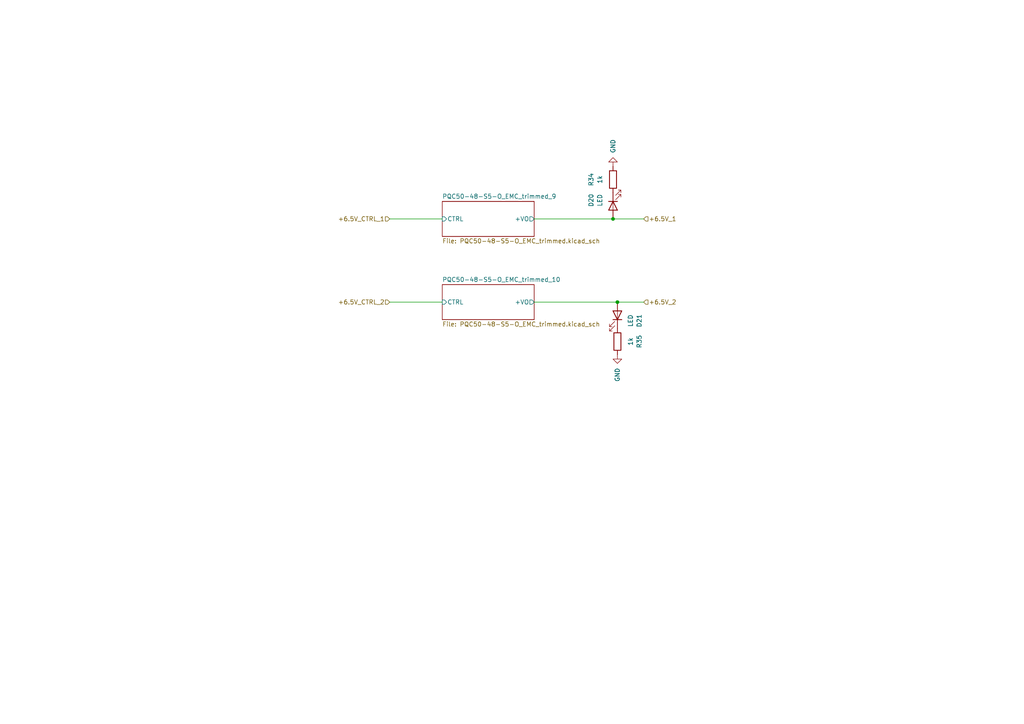
<source format=kicad_sch>
(kicad_sch (version 20231120) (generator "eeschema") (generator_version "8.0")
  (paper "A4")
  (lib_symbols
    (symbol "Device:LED" (pin_numbers hide) (pin_names (offset 1.016) hide)
      (property "Reference" "D" (at 0 2.54 0))
      (property "Value" "LED" (at 0 -2.54 0))
      (symbol "LED_0_1"
        (polyline (pts (xy -1.27 -1.27) (xy -1.27 1.27)) (stroke (width 0.254)))
        (polyline (pts (xy -1.27 0) (xy 1.27 0)))
        (polyline (pts (xy 1.27 -1.27) (xy 1.27 1.27) (xy -1.27 0) (xy 1.27 -1.27)) (stroke (width 0.254)))
        (polyline (pts (xy -3.048 -0.762) (xy -4.572 -2.286) (xy -3.81 -2.286) (xy -4.572 -2.286) (xy -4.572 -1.524)))
        (polyline (pts (xy -1.778 -0.762) (xy -3.302 -2.286) (xy -2.54 -2.286) (xy -3.302 -2.286) (xy -3.302 -1.524)))
      )
      (symbol "LED_1_1"
        (pin passive line (at -3.81 0 0) (length 2.54) (name "K") (number "1"))
        (pin passive line (at 3.81 0 180) (length 2.54) (name "A") (number "2"))
      )
    )
    (symbol "Device:R" (pin_numbers hide) (pin_names (offset 0))
      (property "Reference" "R" (at 2.032 0 90))
      (property "Value" "R" (at 0 0 90))
      (symbol "R_0_1"
        (rectangle (start -1.016 -2.54) (end 1.016 2.54) (stroke (width 0.254)))
      )
      (symbol "R_1_1"
        (pin passive line (at 0 3.81 270) (length 1.27) (name "~") (number "1"))
        (pin passive line (at 0 -3.81 90) (length 1.27) (name "~") (number "2"))
      )
    )
    (symbol "power:GND" (power) (pin_names (offset 0))
      (property "Value" "GND" (at 0 -3.81 0))
      (symbol "GND_0_1"
        (polyline (pts (xy 0 0) (xy 0 -1.27) (xy 1.27 -1.27) (xy 0 -2.54) (xy -1.27 -1.27) (xy 0 -1.27)))
      )
      (symbol "GND_1_1"
        (pin power_in line (at 0 0 270) (length 0) hide (name "GND") (number "1"))
      )
    )
  )
  (junction (at 179.07 87.63))
  (junction (at 177.8 63.5))
  (wire (pts (xy 177.8 63.5) (xy 186.69 63.5)))
  (wire (pts (xy 154.94 87.63) (xy 179.07 87.63)))
  (wire (pts (xy 154.94 63.5) (xy 177.8 63.5)))
  (wire (pts (xy 113.03 63.5) (xy 128.27 63.5)))
  (wire (pts (xy 179.07 87.63) (xy 186.69 87.63)))
  (wire (pts (xy 113.03 87.63) (xy 128.27 87.63)))
  (hierarchical_label "+6.5V_CTRL_1" (shape input) (at 113.03 63.5 180))
  (hierarchical_label "+6.5V_CTRL_2" (shape input) (at 113.03 87.63 180))
  (hierarchical_label "+6.5V_1" (shape input) (at 186.69 63.5 0))
  (hierarchical_label "+6.5V_2" (shape input) (at 186.69 87.63 0))
  (symbol (lib_id "Device:LED") (at 177.8 59.69 90) (mirror x) (unit 1)
    (property "Reference" "D20" (at 171.45 58.1025 0))
    (property "Value" "LED" (at 173.99 58.1025 0))
    (property "Footprint" "LED_SMD:LED_0603_1608Metric" (effects (hide yes)))
    (instances (project "bcrl_power_supply" (path "" (reference "D20") (unit 1)) (path "" (reference "D22") (unit 1)) (path "" (reference "D26") (unit 1)) (path "" (reference "D28") (unit 1))))
  )
  (symbol (lib_id "Device:LED") (at 179.07 91.44 270) (mirror x) (unit 1)
    (property "Reference" "D21" (at 185.42 93.0275 0))
    (property "Value" "LED" (at 182.88 93.0275 0))
    (property "Footprint" "LED_SMD:LED_0603_1608Metric" (effects (hide yes)))
    (instances (project "bcrl_power_supply" (path "" (reference "D21") (unit 1)) (path "" (reference "D23") (unit 1)) (path "" (reference "D27") (unit 1)) (path "" (reference "D29") (unit 1))))
  )
  (symbol (lib_id "power:GND") (at 179.07 102.87 0) (mirror y) (unit 1)
    (property "Reference" "#PWR0214" (effects (hide yes)))
    (property "Value" "GND" (at 179.07 106.68 90) (effects (justify right)))
    (instances (project "bcrl_power_supply" (path "" (reference "#PWR0214") (unit 1)) (path "" (reference "#PWR0243") (unit 1)) (path "" (reference "#PWR0265") (unit 1)) (path "" (reference "#PWR0273") (unit 1))))
  )
  (symbol (lib_id "Device:R") (at 179.07 99.06 0) (mirror x) (unit 1)
    (property "Reference" "R35" (at 185.42 99.06 90))
    (property "Value" "1k" (at 182.88 99.06 90))
    (property "Footprint" "Resistor_SMD:R_0603_1608Metric" (effects (hide yes)))
    (instances (project "bcrl_power_supply" (path "" (reference "R35") (unit 1)) (path "" (reference "R47") (unit 1)) (path "" (reference "R54") (unit 1)) (path "" (reference "R58") (unit 1))))
  )
  (symbol (lib_id "power:GND") (at 177.8 48.26 0) (mirror x) (unit 1)
    (property "Reference" "#PWR0213" (effects (hide yes)))
    (property "Value" "GND" (at 177.8 44.45 90) (effects (justify right)))
    (instances (project "bcrl_power_supply" (path "" (reference "#PWR0213") (unit 1)) (path "" (reference "#PWR0242") (unit 1)) (path "" (reference "#PWR0264") (unit 1)) (path "" (reference "#PWR0272") (unit 1))))
  )
  (symbol (lib_id "Device:R") (at 177.8 52.07 0) (mirror y) (unit 1)
    (property "Reference" "R34" (at 171.45 52.07 90))
    (property "Value" "1k" (at 173.99 52.07 90))
    (property "Footprint" "Resistor_SMD:R_0603_1608Metric" (effects (hide yes)))
    (instances (project "bcrl_power_supply" (path "" (reference "R34") (unit 1)) (path "" (reference "R46") (unit 1)) (path "" (reference "R53") (unit 1)) (path "" (reference "R57") (unit 1))))
  )
  (sheet (at 128.27 58.42) (size 26.67 10.16) (stroke (width 0.1524))
    (property "Sheetname" "PQC50-48-S5-O_EMC_trimmed_9" (at 128.27 57.7084 0) (effects (justify left bottom)))
    (property "Sheetfile" "PQC50-48-S5-O_EMC_trimmed.kicad_sch" (at 128.27 69.1646 0) (effects (justify left top)))
    (pin "+VO" output (at 154.94 63.5 0))
    (pin "CTRL" input (at 128.27 63.5 180))
  )
  (sheet (at 128.27 82.55) (size 26.67 10.16) (stroke (width 0.1524))
    (property "Sheetname" "PQC50-48-S5-O_EMC_trimmed_10" (at 128.27 81.8384 0) (effects (justify left bottom)))
    (property "Sheetfile" "PQC50-48-S5-O_EMC_trimmed.kicad_sch" (at 128.27 93.2946 0) (effects (justify left top)))
    (pin "+VO" output (at 154.94 87.63 0))
    (pin "CTRL" input (at 128.27 87.63 180))
  )
)
</source>
